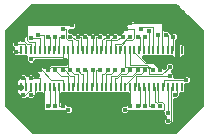
<source format=gbl>
G75*
%MOIN*%
%OFA0B0*%
%FSLAX25Y25*%
%IPPOS*%
%LPD*%
%AMOC8*
5,1,8,0,0,1.08239X$1,22.5*
%
%ADD10R,0.00787X0.02756*%
%ADD11C,0.01600*%
%ADD12C,0.00200*%
%ADD13C,0.01600*%
D10*
X0013257Y0020025D03*
X0014831Y0020025D03*
X0016406Y0020025D03*
X0017981Y0020025D03*
X0019556Y0020025D03*
X0021131Y0020025D03*
X0022706Y0020025D03*
X0024280Y0020025D03*
X0025855Y0020025D03*
X0027430Y0020025D03*
X0029005Y0020025D03*
X0030580Y0020025D03*
X0032154Y0020025D03*
X0033729Y0020025D03*
X0035304Y0020025D03*
X0036879Y0020025D03*
X0038454Y0020025D03*
X0040028Y0020025D03*
X0041603Y0020025D03*
X0043178Y0020025D03*
X0044753Y0020025D03*
X0046328Y0020025D03*
X0047902Y0020025D03*
X0049477Y0020025D03*
X0051052Y0020025D03*
X0052627Y0020025D03*
X0054202Y0020025D03*
X0055776Y0020025D03*
X0057351Y0020025D03*
X0058926Y0020025D03*
X0060501Y0020025D03*
X0062076Y0020025D03*
X0063650Y0020025D03*
X0065225Y0020025D03*
X0066800Y0020025D03*
X0066800Y0032151D03*
X0065146Y0032151D03*
X0063572Y0032151D03*
X0061997Y0032151D03*
X0060422Y0032151D03*
X0058847Y0032151D03*
X0057272Y0032151D03*
X0055698Y0032151D03*
X0054123Y0032151D03*
X0052548Y0032151D03*
X0050973Y0032151D03*
X0049398Y0032151D03*
X0047824Y0032151D03*
X0046249Y0032151D03*
X0044674Y0032151D03*
X0043099Y0032151D03*
X0041524Y0032151D03*
X0039950Y0032151D03*
X0038375Y0032151D03*
X0036800Y0032151D03*
X0035225Y0032151D03*
X0033650Y0032151D03*
X0032076Y0032151D03*
X0030501Y0032151D03*
X0028926Y0032151D03*
X0027351Y0032151D03*
X0025776Y0032151D03*
X0024202Y0032151D03*
X0022627Y0032151D03*
X0021052Y0032151D03*
X0019477Y0032151D03*
X0017902Y0032151D03*
X0016328Y0032151D03*
X0014753Y0032151D03*
X0013178Y0032151D03*
D11*
X0012666Y0009651D02*
X0060606Y0009651D01*
X0060754Y0009800D02*
X0060250Y0009296D01*
X0060250Y0007804D01*
X0061304Y0006750D01*
X0062796Y0006750D01*
X0063496Y0007450D01*
X0063756Y0007450D01*
X0064400Y0008094D01*
X0064400Y0015500D01*
X0065296Y0015500D01*
X0066350Y0016554D01*
X0066350Y0017647D01*
X0067608Y0017647D01*
X0068194Y0018233D01*
X0068194Y0020500D01*
X0069046Y0020500D01*
X0070100Y0021554D01*
X0070100Y0023046D01*
X0069046Y0024100D01*
X0067554Y0024100D01*
X0066854Y0023400D01*
X0064475Y0023400D01*
X0064475Y0024296D01*
X0063658Y0025112D01*
X0064475Y0025929D01*
X0064475Y0027421D01*
X0063421Y0028475D01*
X0061929Y0028475D01*
X0060875Y0027421D01*
X0060875Y0026646D01*
X0060296Y0027225D01*
X0059306Y0027225D01*
X0057506Y0029025D01*
X0055006Y0029025D01*
X0054258Y0029773D01*
X0063252Y0029773D01*
X0063312Y0029668D01*
X0063648Y0029333D01*
X0064058Y0029096D01*
X0064516Y0028973D01*
X0065146Y0028973D01*
X0065146Y0032151D01*
X0065146Y0035329D01*
X0065124Y0035329D01*
X0065725Y0035929D01*
X0065725Y0037421D01*
X0064671Y0038475D01*
X0063179Y0038475D01*
X0062987Y0038283D01*
X0062171Y0039100D01*
X0061275Y0039100D01*
X0061275Y0041506D01*
X0060631Y0042150D01*
X0050996Y0042150D01*
X0050296Y0042850D01*
X0048804Y0042850D01*
X0047750Y0041796D01*
X0047750Y0040975D01*
X0047554Y0040975D01*
X0046500Y0039921D01*
X0046500Y0038475D01*
X0046304Y0038475D01*
X0045800Y0037971D01*
X0045296Y0038475D01*
X0043804Y0038475D01*
X0043300Y0037971D01*
X0042796Y0038475D01*
X0041304Y0038475D01*
X0040800Y0037971D01*
X0040296Y0038475D01*
X0038804Y0038475D01*
X0038300Y0037971D01*
X0037796Y0038475D01*
X0036304Y0038475D01*
X0035800Y0037971D01*
X0035296Y0038475D01*
X0033804Y0038475D01*
X0033300Y0037971D01*
X0032796Y0038475D01*
X0031304Y0038475D01*
X0030800Y0037971D01*
X0030296Y0038475D01*
X0029400Y0038475D01*
X0029400Y0038654D01*
X0029429Y0038625D01*
X0030921Y0038625D01*
X0031975Y0039679D01*
X0031975Y0041171D01*
X0030921Y0042225D01*
X0029429Y0042225D01*
X0028729Y0041525D01*
X0014719Y0041525D01*
X0014075Y0040881D01*
X0014075Y0037225D01*
X0013179Y0037225D01*
X0012125Y0036171D01*
X0012125Y0035975D01*
X0010679Y0035975D01*
X0009625Y0034921D01*
X0009625Y0033429D01*
X0010129Y0032925D01*
X0009625Y0032421D01*
X0009625Y0030929D01*
X0010679Y0029875D01*
X0012171Y0029875D01*
X0012219Y0029924D01*
X0012370Y0029773D01*
X0014625Y0029773D01*
X0014625Y0028429D01*
X0015679Y0027375D01*
X0017171Y0027375D01*
X0018225Y0028429D01*
X0018225Y0028700D01*
X0027506Y0028700D01*
X0027825Y0029019D01*
X0027825Y0027775D01*
X0022844Y0027775D01*
X0022294Y0027225D01*
X0021304Y0027225D01*
X0020800Y0026721D01*
X0020296Y0027225D01*
X0018804Y0027225D01*
X0017750Y0026171D01*
X0017750Y0024679D01*
X0018404Y0024025D01*
X0017871Y0024025D01*
X0017171Y0024725D01*
X0015679Y0024725D01*
X0015175Y0024221D01*
X0014671Y0024725D01*
X0013179Y0024725D01*
X0012125Y0023671D01*
X0012125Y0023055D01*
X0011758Y0022843D01*
X0011423Y0022508D01*
X0011186Y0022098D01*
X0011063Y0021640D01*
X0011063Y0020025D01*
X0013257Y0020025D01*
X0011063Y0020025D01*
X0011063Y0018410D01*
X0011186Y0017952D01*
X0011423Y0017542D01*
X0011758Y0017207D01*
X0012125Y0016995D01*
X0012125Y0016554D01*
X0013179Y0015500D01*
X0014671Y0015500D01*
X0015175Y0016004D01*
X0015679Y0015500D01*
X0017171Y0015500D01*
X0017871Y0016200D01*
X0018131Y0016200D01*
X0018775Y0016844D01*
X0018775Y0017647D01*
X0019700Y0017647D01*
X0019700Y0011844D01*
X0020344Y0011200D01*
X0027479Y0011200D01*
X0028179Y0010500D01*
X0029671Y0010500D01*
X0030725Y0011554D01*
X0030725Y0013046D01*
X0029671Y0014100D01*
X0028850Y0014100D01*
X0028850Y0014296D01*
X0027796Y0015350D01*
X0026900Y0015350D01*
X0026900Y0017647D01*
X0048450Y0017647D01*
X0048450Y0014996D01*
X0047750Y0014296D01*
X0047750Y0014100D01*
X0046929Y0014100D01*
X0045875Y0013046D01*
X0045875Y0011554D01*
X0046929Y0010500D01*
X0048421Y0010500D01*
X0049121Y0011200D01*
X0060250Y0011200D01*
X0060250Y0010304D01*
X0060754Y0009800D01*
X0060250Y0008053D02*
X0014188Y0008053D01*
X0015710Y0006454D02*
X0065890Y0006454D01*
X0064600Y0005100D02*
X0017000Y0005100D01*
X0008600Y0013920D01*
X0008600Y0038640D01*
X0016960Y0047000D01*
X0064640Y0047000D01*
X0073000Y0038640D01*
X0073000Y0013920D01*
X0064600Y0005100D01*
X0064358Y0008053D02*
X0067412Y0008053D01*
X0068934Y0009651D02*
X0064400Y0009651D01*
X0064400Y0011250D02*
X0070457Y0011250D01*
X0071979Y0012848D02*
X0064400Y0012848D01*
X0064400Y0014447D02*
X0073000Y0014447D01*
X0073000Y0016045D02*
X0065841Y0016045D01*
X0066350Y0017644D02*
X0073000Y0017644D01*
X0073000Y0019242D02*
X0068194Y0019242D01*
X0069386Y0020841D02*
X0073000Y0020841D01*
X0073000Y0022439D02*
X0070100Y0022439D01*
X0069108Y0024038D02*
X0073000Y0024038D01*
X0073000Y0025636D02*
X0064182Y0025636D01*
X0064475Y0024038D02*
X0067492Y0024038D01*
X0064475Y0027235D02*
X0073000Y0027235D01*
X0073000Y0028833D02*
X0057697Y0028833D01*
X0059296Y0027235D02*
X0060875Y0027235D01*
X0065147Y0028973D02*
X0065777Y0028973D01*
X0066235Y0029096D01*
X0066645Y0029333D01*
X0066981Y0029668D01*
X0067041Y0029773D01*
X0067608Y0029773D01*
X0068194Y0030359D01*
X0068194Y0033943D01*
X0067608Y0034529D01*
X0067041Y0034529D01*
X0066981Y0034634D01*
X0066645Y0034969D01*
X0066235Y0035206D01*
X0065777Y0035329D01*
X0065147Y0035329D01*
X0065147Y0032151D01*
X0065146Y0032151D01*
X0065147Y0032151D01*
X0065147Y0028973D01*
X0065146Y0030432D02*
X0065147Y0030432D01*
X0065146Y0032030D02*
X0065147Y0032030D01*
X0065146Y0033629D02*
X0065147Y0033629D01*
X0065146Y0035227D02*
X0065147Y0035227D01*
X0066156Y0035227D02*
X0073000Y0035227D01*
X0073000Y0033629D02*
X0068194Y0033629D01*
X0068194Y0032030D02*
X0073000Y0032030D01*
X0073000Y0030432D02*
X0068194Y0030432D01*
X0065725Y0036826D02*
X0073000Y0036826D01*
X0073000Y0038424D02*
X0064721Y0038424D01*
X0063129Y0038424D02*
X0062846Y0038424D01*
X0061275Y0040023D02*
X0071617Y0040023D01*
X0070019Y0041621D02*
X0061159Y0041621D01*
X0066822Y0044818D02*
X0014778Y0044818D01*
X0013180Y0043220D02*
X0068420Y0043220D01*
X0065223Y0046417D02*
X0016377Y0046417D01*
X0011581Y0041621D02*
X0028826Y0041621D01*
X0031524Y0041621D02*
X0047750Y0041621D01*
X0046602Y0040023D02*
X0031975Y0040023D01*
X0031254Y0038424D02*
X0030346Y0038424D01*
X0032846Y0038424D02*
X0033754Y0038424D01*
X0035346Y0038424D02*
X0036254Y0038424D01*
X0037846Y0038424D02*
X0038754Y0038424D01*
X0040346Y0038424D02*
X0041254Y0038424D01*
X0042846Y0038424D02*
X0043754Y0038424D01*
X0045346Y0038424D02*
X0046254Y0038424D01*
X0027825Y0028833D02*
X0027639Y0028833D01*
X0022304Y0027235D02*
X0008600Y0027235D01*
X0008600Y0028833D02*
X0014625Y0028833D01*
X0010123Y0030432D02*
X0008600Y0030432D01*
X0008600Y0032030D02*
X0009625Y0032030D01*
X0009625Y0033629D02*
X0008600Y0033629D01*
X0008600Y0035227D02*
X0009932Y0035227D01*
X0008600Y0036826D02*
X0012780Y0036826D01*
X0014075Y0038424D02*
X0008600Y0038424D01*
X0009983Y0040023D02*
X0014075Y0040023D01*
X0017750Y0025636D02*
X0008600Y0025636D01*
X0008600Y0024038D02*
X0012492Y0024038D01*
X0011383Y0022439D02*
X0008600Y0022439D01*
X0008600Y0020841D02*
X0011063Y0020841D01*
X0011063Y0019242D02*
X0008600Y0019242D01*
X0008600Y0017644D02*
X0011364Y0017644D01*
X0012634Y0016045D02*
X0008600Y0016045D01*
X0008600Y0014447D02*
X0019700Y0014447D01*
X0019700Y0016045D02*
X0017716Y0016045D01*
X0018775Y0017644D02*
X0019700Y0017644D01*
X0013257Y0020025D02*
X0013257Y0020025D01*
X0017858Y0024038D02*
X0018392Y0024038D01*
X0026900Y0017644D02*
X0048450Y0017644D01*
X0048450Y0016045D02*
X0026900Y0016045D01*
X0028699Y0014447D02*
X0047901Y0014447D01*
X0045875Y0012848D02*
X0030725Y0012848D01*
X0030420Y0011250D02*
X0046180Y0011250D01*
X0020295Y0011250D02*
X0011143Y0011250D01*
X0009621Y0012848D02*
X0019700Y0012848D01*
D12*
X0020800Y0012300D02*
X0028925Y0012300D01*
X0027050Y0013550D02*
X0025800Y0013550D01*
X0025800Y0019800D01*
X0025855Y0020025D01*
X0027050Y0020425D02*
X0027430Y0020025D01*
X0027050Y0020425D02*
X0027050Y0022300D01*
X0023300Y0022300D01*
X0020175Y0025425D01*
X0019550Y0025425D01*
X0022050Y0025425D02*
X0023300Y0026675D01*
X0028925Y0026675D01*
X0028925Y0031675D01*
X0028926Y0032151D01*
X0030175Y0032300D02*
X0030501Y0032151D01*
X0030175Y0032300D02*
X0030175Y0035425D01*
X0028925Y0035425D01*
X0028300Y0036050D01*
X0028300Y0039175D01*
X0027050Y0039175D01*
X0030175Y0040425D02*
X0015175Y0040425D01*
X0015175Y0035425D01*
X0015800Y0034800D01*
X0017675Y0034800D01*
X0017675Y0032300D01*
X0017902Y0032151D01*
X0016425Y0032300D02*
X0016328Y0032151D01*
X0016425Y0032300D02*
X0016425Y0034175D01*
X0015175Y0034175D01*
X0013925Y0035425D01*
X0014550Y0034175D02*
X0011425Y0034175D01*
X0013178Y0032151D02*
X0013300Y0031675D01*
X0011425Y0031675D01*
X0014550Y0032300D02*
X0014550Y0034175D01*
X0014550Y0032300D02*
X0014753Y0032151D01*
X0017050Y0029800D02*
X0016425Y0029175D01*
X0017050Y0029800D02*
X0027050Y0029800D01*
X0027050Y0031675D01*
X0027351Y0032151D01*
X0025800Y0032300D02*
X0025776Y0032151D01*
X0025800Y0032300D02*
X0025800Y0036675D01*
X0027050Y0036675D01*
X0024550Y0036675D02*
X0024550Y0032300D01*
X0024202Y0032151D01*
X0022675Y0032300D02*
X0022627Y0032151D01*
X0022675Y0032300D02*
X0022675Y0036675D01*
X0022050Y0036675D01*
X0020800Y0037300D02*
X0018925Y0037300D01*
X0019550Y0036050D02*
X0016425Y0036050D01*
X0019550Y0036050D02*
X0019550Y0032300D01*
X0019477Y0032151D01*
X0020800Y0032300D02*
X0021052Y0032151D01*
X0020800Y0032300D02*
X0020800Y0037300D01*
X0029550Y0036675D02*
X0030175Y0036675D01*
X0031425Y0035425D01*
X0032050Y0035425D01*
X0032050Y0032300D01*
X0032076Y0032151D01*
X0033300Y0032300D02*
X0033650Y0032151D01*
X0033300Y0032300D02*
X0033300Y0036675D01*
X0032050Y0036675D01*
X0034550Y0036675D02*
X0035175Y0036675D01*
X0035175Y0032300D01*
X0035225Y0032151D01*
X0036800Y0032151D02*
X0037050Y0032300D01*
X0037050Y0036675D01*
X0038300Y0036675D02*
X0039550Y0036675D01*
X0038300Y0036675D02*
X0038300Y0032300D01*
X0038375Y0032151D01*
X0039950Y0032151D02*
X0040175Y0032300D01*
X0040175Y0035425D01*
X0041425Y0036675D01*
X0042050Y0036675D01*
X0042675Y0035425D02*
X0041425Y0035425D01*
X0041425Y0032300D01*
X0041524Y0032151D01*
X0043099Y0032151D02*
X0043300Y0032300D01*
X0043300Y0035425D01*
X0045175Y0035425D01*
X0046425Y0036675D01*
X0047050Y0036675D01*
X0048300Y0035425D02*
X0050175Y0035425D01*
X0050800Y0036050D01*
X0050800Y0039175D01*
X0048300Y0039175D01*
X0049550Y0041050D02*
X0060175Y0041050D01*
X0060175Y0032300D01*
X0060422Y0032151D01*
X0058925Y0032300D02*
X0058847Y0032151D01*
X0058925Y0032300D02*
X0058925Y0037300D01*
X0061425Y0037300D02*
X0062050Y0037300D01*
X0062050Y0032300D01*
X0061997Y0032151D01*
X0063572Y0032151D02*
X0063925Y0032300D01*
X0063925Y0036675D01*
X0065175Y0034800D02*
X0065777Y0035329D01*
X0057272Y0032151D02*
X0057050Y0032300D01*
X0057050Y0039800D01*
X0053925Y0039800D01*
X0053300Y0039175D01*
X0055800Y0038550D02*
X0055800Y0032300D01*
X0055698Y0032151D01*
X0054123Y0032151D02*
X0053925Y0032300D01*
X0053925Y0036675D01*
X0054550Y0036675D01*
X0052675Y0036675D02*
X0052050Y0036675D01*
X0052675Y0036675D02*
X0052675Y0032300D01*
X0052548Y0032151D01*
X0050973Y0032151D02*
X0050800Y0031675D01*
X0054550Y0027925D01*
X0057050Y0027925D01*
X0059550Y0025425D01*
X0060175Y0024175D02*
X0062675Y0026675D01*
X0060175Y0024175D02*
X0055800Y0024175D01*
X0055800Y0026050D01*
X0055175Y0026675D01*
X0047675Y0026675D01*
X0047675Y0031675D01*
X0047824Y0032151D01*
X0046425Y0032300D02*
X0046425Y0033550D01*
X0048300Y0035425D01*
X0048925Y0036675D02*
X0049550Y0036675D01*
X0048925Y0036675D02*
X0046425Y0034175D01*
X0044550Y0034175D01*
X0044550Y0032300D01*
X0044674Y0032151D01*
X0046249Y0032151D02*
X0046425Y0032300D01*
X0049398Y0032151D02*
X0049550Y0031675D01*
X0049550Y0027300D01*
X0055175Y0027300D01*
X0057050Y0025425D01*
X0054550Y0025425D02*
X0053300Y0024175D01*
X0051425Y0024175D01*
X0047675Y0020425D01*
X0047902Y0020025D01*
X0046425Y0020425D02*
X0046328Y0020025D01*
X0046425Y0020425D02*
X0046425Y0023550D01*
X0050175Y0023550D01*
X0052050Y0025425D01*
X0051425Y0023550D02*
X0062675Y0023550D01*
X0060800Y0022300D02*
X0068300Y0022300D01*
X0065225Y0020025D02*
X0065175Y0019800D01*
X0065175Y0017300D01*
X0064550Y0017300D01*
X0063300Y0019800D02*
X0063650Y0020025D01*
X0063300Y0019800D02*
X0063300Y0008550D01*
X0062050Y0008550D01*
X0062050Y0011050D02*
X0062050Y0019800D01*
X0062076Y0020025D01*
X0060800Y0020425D02*
X0060501Y0020025D01*
X0060800Y0020425D02*
X0060800Y0022300D01*
X0058926Y0020025D02*
X0058925Y0019800D01*
X0058925Y0014800D01*
X0060175Y0014800D01*
X0060800Y0014175D01*
X0060800Y0012300D01*
X0047675Y0012300D01*
X0049550Y0013550D02*
X0049550Y0019800D01*
X0049477Y0020025D01*
X0051052Y0020025D02*
X0051425Y0020425D01*
X0051425Y0023550D01*
X0049550Y0025425D02*
X0048300Y0024175D01*
X0046425Y0024175D01*
X0045175Y0022925D01*
X0044550Y0022925D01*
X0044550Y0020425D01*
X0044753Y0020025D01*
X0043300Y0020425D02*
X0043178Y0020025D01*
X0043300Y0020425D02*
X0043300Y0023550D01*
X0045175Y0023550D01*
X0047050Y0025425D01*
X0044550Y0025425D02*
X0043300Y0024175D01*
X0041425Y0024175D01*
X0041425Y0020425D01*
X0041603Y0020025D01*
X0040175Y0020425D02*
X0040028Y0020025D01*
X0040175Y0020425D02*
X0040175Y0024175D01*
X0040800Y0024175D01*
X0042050Y0025425D01*
X0039550Y0025425D02*
X0038300Y0025425D01*
X0038300Y0020425D01*
X0038454Y0020025D01*
X0037050Y0020425D02*
X0036879Y0020025D01*
X0037050Y0020425D02*
X0037050Y0025425D01*
X0035175Y0025425D02*
X0034550Y0025425D01*
X0035175Y0025425D02*
X0035175Y0020425D01*
X0035304Y0020025D01*
X0033925Y0020425D02*
X0033729Y0020025D01*
X0033925Y0020425D02*
X0033925Y0024175D01*
X0033300Y0024175D01*
X0032050Y0025425D01*
X0032050Y0024175D02*
X0030800Y0024175D01*
X0029550Y0025425D01*
X0027675Y0025425D02*
X0027050Y0025425D01*
X0027675Y0025425D02*
X0029550Y0023550D01*
X0030800Y0023550D01*
X0030800Y0020425D01*
X0030580Y0020025D01*
X0032050Y0020425D02*
X0032154Y0020025D01*
X0032050Y0020425D02*
X0032050Y0024175D01*
X0028925Y0023550D02*
X0026425Y0023550D01*
X0024550Y0025425D01*
X0028925Y0023550D02*
X0028925Y0020425D01*
X0029005Y0020025D01*
X0024550Y0019800D02*
X0024280Y0020025D01*
X0024550Y0019800D02*
X0024550Y0013550D01*
X0022675Y0013550D02*
X0022050Y0013550D01*
X0022675Y0013550D02*
X0022675Y0019800D01*
X0022706Y0020025D01*
X0021131Y0020025D02*
X0020800Y0019800D01*
X0020800Y0012300D01*
X0017675Y0017300D02*
X0016425Y0017300D01*
X0017675Y0017300D02*
X0017675Y0019800D01*
X0017981Y0020025D01*
X0016425Y0019800D02*
X0016406Y0020025D01*
X0016425Y0019800D02*
X0016425Y0018550D01*
X0015800Y0018550D01*
X0014550Y0017300D01*
X0013925Y0017300D01*
X0014831Y0020025D02*
X0014550Y0020425D01*
X0014550Y0022925D01*
X0013925Y0022925D01*
X0016425Y0022925D02*
X0019550Y0022925D01*
X0019550Y0020425D01*
X0019556Y0020025D01*
X0042675Y0035425D02*
X0043925Y0036675D01*
X0044550Y0036675D01*
X0052627Y0020025D02*
X0052675Y0019800D01*
X0052675Y0013550D01*
X0052050Y0013550D01*
X0054550Y0013550D02*
X0054550Y0019800D01*
X0054202Y0020025D01*
X0055776Y0020025D02*
X0055800Y0019800D01*
X0055800Y0013550D01*
X0057050Y0013550D01*
X0057675Y0014800D02*
X0058300Y0014800D01*
X0059550Y0013550D01*
X0057675Y0014800D02*
X0057675Y0019800D01*
X0057351Y0020025D01*
D13*
X0062675Y0023550D03*
X0064550Y0024800D03*
X0062675Y0026675D03*
X0059550Y0025425D03*
X0057050Y0025425D03*
X0054550Y0025425D03*
X0052050Y0025425D03*
X0049550Y0025425D03*
X0047050Y0025425D03*
X0044550Y0025425D03*
X0042050Y0025425D03*
X0039550Y0025425D03*
X0037050Y0025425D03*
X0034550Y0025425D03*
X0032050Y0025425D03*
X0029550Y0025425D03*
X0027050Y0025425D03*
X0024550Y0025425D03*
X0022050Y0025425D03*
X0019550Y0025425D03*
X0016425Y0026675D03*
X0016425Y0029175D03*
X0011425Y0031675D03*
X0011425Y0034175D03*
X0013925Y0035425D03*
X0016425Y0036050D03*
X0018925Y0037300D03*
X0022050Y0036675D03*
X0024550Y0036675D03*
X0027050Y0036675D03*
X0029550Y0036675D03*
X0032050Y0036675D03*
X0034550Y0036675D03*
X0037050Y0036675D03*
X0039550Y0036675D03*
X0042050Y0036675D03*
X0044550Y0036675D03*
X0047050Y0036675D03*
X0049550Y0036675D03*
X0052050Y0036675D03*
X0054550Y0036675D03*
X0055800Y0038550D03*
X0053300Y0039175D03*
X0049550Y0041050D03*
X0048300Y0039175D03*
X0058925Y0037300D03*
X0061425Y0037300D03*
X0063925Y0036675D03*
X0065175Y0034800D03*
X0068300Y0022300D03*
X0064550Y0017300D03*
X0059550Y0013550D03*
X0057050Y0013550D03*
X0054550Y0013550D03*
X0052050Y0013550D03*
X0049550Y0013550D03*
X0047675Y0012300D03*
X0062050Y0011050D03*
X0062050Y0008550D03*
X0028925Y0012300D03*
X0027050Y0013550D03*
X0024550Y0013550D03*
X0022050Y0013550D03*
X0018300Y0013550D03*
X0016425Y0017300D03*
X0013925Y0017300D03*
X0013925Y0022925D03*
X0016425Y0022925D03*
X0027050Y0039175D03*
X0030175Y0040425D03*
M02*

</source>
